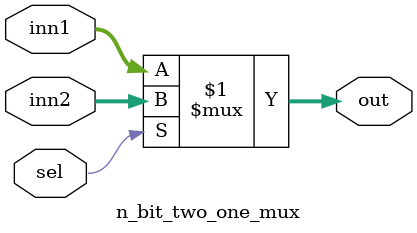
<source format=v>
`timescale 1ns / 1ps


module n_bit_two_one_mux(inn1,inn2,sel,out);
    parameter size=32;
    input[size-1:0] inn1,inn2;
    input sel;
    output[size-1:0] out;
    
    assign out=sel?inn2:inn1;
    
    
endmodule

</source>
